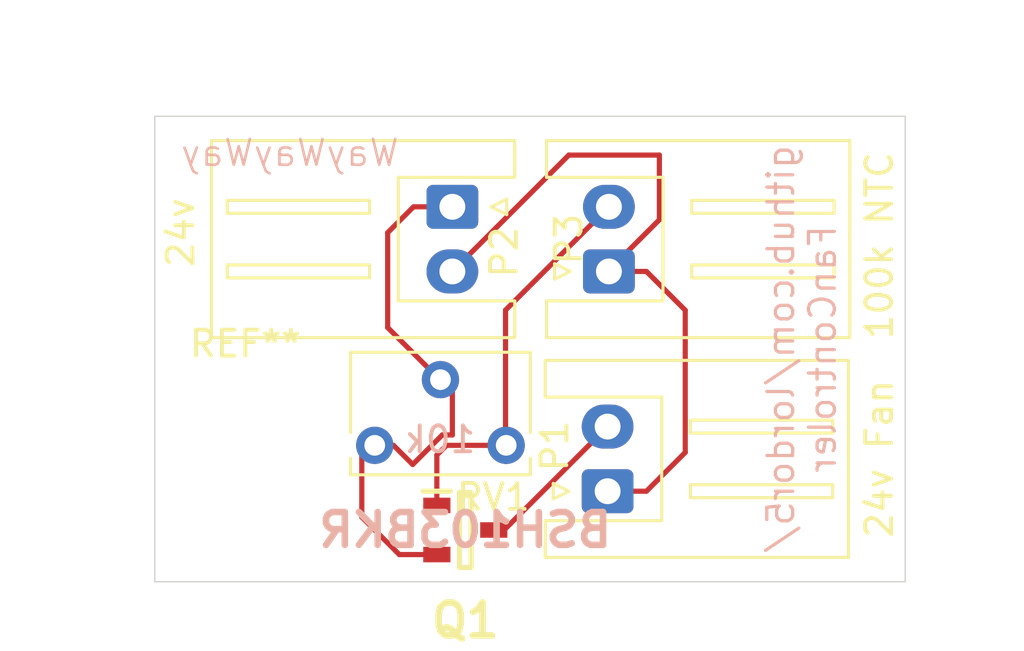
<source format=kicad_pcb>
(kicad_pcb (version 20241229) (generator "pcbnew") (generator_version "9.0")
  (layers (0 "F.Cu" signal) (2 "B.Cu" signal) (13 "F.Paste" user) (15 "B.Paste" user) (5 "F.SilkS" user "F.Silkscreen") (7 "B.SilkS" user "B.Silkscreen") (1 "F.Mask" user) (3 "B.Mask" user) (25 "Edge.Cuts" user))
  (net 0 "")
  (net 1 "/+24v")
  (net 2 "/Fan")
  (net 3 "GND")
  (net 4 "Net-(Q1-G)")
  (footprint "Connector_JST:JST_XH_S2B-XH-A_1x02_P2.50mm_Horizontal" (layer "F.Cu") (at 151 91 90)
    (property "Reference" "P1" (at 1.75 -2.05 90) (layer "F.SilkS"))
    (property "Value" "24v Fan" (at 1.25 10.5 270) (layer "F.SilkS"))
    (fp_line (start 5.06 -2.41) (end 3.64 -2.41) (stroke (width 0.12)) (layer "F.SilkS"))
    (fp_line (start 3.64 -2.41) (end 3.64 2.09) (stroke (width 0.12)) (layer "F.SilkS"))
    (fp_line (start -1.14 -2.41) (end -1.14 2.09) (stroke (width 0.12)) (layer "F.SilkS"))
    (fp_line (start -2.56 -2.41) (end -1.14 -2.41) (stroke (width 0.12)) (layer "F.SilkS"))
    (fp_line (start 0.3 -2.1) (end 0 -1.5) (stroke (width 0.12)) (layer "F.SilkS"))
    (fp_line (start -0.3 -2.1) (end 0.3 -2.1) (stroke (width 0.12)) (layer "F.SilkS"))
    (fp_line (start 0 -1.5) (end -0.3 -2.1) (stroke (width 0.12)) (layer "F.SilkS"))
    (fp_line (start 3.64 2.09) (end 1.25 2.09) (stroke (width 0.12)) (layer "F.SilkS"))
    (fp_line (start -1.14 2.09) (end 1.25 2.09) (stroke (width 0.12)) (layer "F.SilkS"))
    (fp_line (start 2.75 3.2) (end 2.25 3.2) (stroke (width 0.12)) (layer "F.SilkS"))
    (fp_line (start 2.25 3.2) (end 2.25 8.7) (stroke (width 0.12)) (layer "F.SilkS"))
    (fp_line (start 0.25 3.2) (end -0.25 3.2) (stroke (width 0.12)) (layer "F.SilkS"))
    (fp_line (start -0.25 3.2) (end -0.25 8.7) (stroke (width 0.12)) (layer "F.SilkS"))
    (fp_line (start 2.75 8.7) (end 2.75 3.2) (stroke (width 0.12)) (layer "F.SilkS"))
    (fp_line (start 2.25 8.7) (end 2.75 8.7) (stroke (width 0.12)) (layer "F.SilkS"))
    (fp_line (start 0.25 8.7) (end 0.25 3.2) (stroke (width 0.12)) (layer "F.SilkS"))
    (fp_line (start -0.25 8.7) (end 0.25 8.7) (stroke (width 0.12)) (layer "F.SilkS"))
    (fp_line (start 5.06 9.31) (end 5.06 -2.41) (stroke (width 0.12)) (layer "F.SilkS"))
    (fp_line (start 1.25 9.31) (end 5.06 9.31) (stroke (width 0.12)) (layer "F.SilkS"))
    (fp_line (start 1.25 9.31) (end -2.56 9.31) (stroke (width 0.12)) (layer "F.SilkS"))
    (fp_line (start -2.56 9.31) (end -2.56 -2.41) (stroke (width 0.12)) (layer "F.SilkS"))
    (pad "1" thru_hole roundrect (at 0 0 90) (size 1.7 2) (drill 1) (layers "*.Cu" "*.Mask") (roundrect_rratio 0.147059) (net 1 "/+24v"))
    (pad "2" thru_hole oval (at 2.5 0 90) (size 1.7 2) (drill 1) (layers "*.Cu" "*.Mask") (net 2 "/Fan"))
  )
  (footprint "MountingHole:MountingHole_3.2mm_M3" (layer "F.Cu") (at 137 89.5)
    (property "Reference" "REF**" (at 0 -4.2 0) (layer "F.SilkS"))
    (property "Value" "MountingHole_3.2mm_M3")
    (pad "" np_thru_hole circle (at 0 0) (size 3.2 3.2) (drill 3.2) (layers "*.Cu" "*.Mask"))
  )
  (footprint "Connector_JST:JST_XH_S2B-XH-A_1x02_P2.50mm_Horizontal" (layer "F.Cu") (at 151.05 82.5 90)
    (property "Reference" "P3" (at 1.25 -1.55 90) (layer "F.SilkS"))
    (property "Value" "100k NTC" (at 1 10.45 270) (layer "F.SilkS"))
    (fp_line (start 5.06 -2.41) (end 3.64 -2.41) (stroke (width 0.12)) (layer "F.SilkS"))
    (fp_line (start 3.64 -2.41) (end 3.64 2.09) (stroke (width 0.12)) (layer "F.SilkS"))
    (fp_line (start -1.14 -2.41) (end -1.14 2.09) (stroke (width 0.12)) (layer "F.SilkS"))
    (fp_line (start -2.56 -2.41) (end -1.14 -2.41) (stroke (width 0.12)) (layer "F.SilkS"))
    (fp_line (start 0.3 -2.1) (end 0 -1.5) (stroke (width 0.12)) (layer "F.SilkS"))
    (fp_line (start -0.3 -2.1) (end 0.3 -2.1) (stroke (width 0.12)) (layer "F.SilkS"))
    (fp_line (start 0 -1.5) (end -0.3 -2.1) (stroke (width 0.12)) (layer "F.SilkS"))
    (fp_line (start 3.64 2.09) (end 1.25 2.09) (stroke (width 0.12)) (layer "F.SilkS"))
    (fp_line (start -1.14 2.09) (end 1.25 2.09) (stroke (width 0.12)) (layer "F.SilkS"))
    (fp_line (start 2.75 3.2) (end 2.25 3.2) (stroke (width 0.12)) (layer "F.SilkS"))
    (fp_line (start 2.25 3.2) (end 2.25 8.7) (stroke (width 0.12)) (layer "F.SilkS"))
    (fp_line (start 0.25 3.2) (end -0.25 3.2) (stroke (width 0.12)) (layer "F.SilkS"))
    (fp_line (start -0.25 3.2) (end -0.25 8.7) (stroke (width 0.12)) (layer "F.SilkS"))
    (fp_line (start 2.75 8.7) (end 2.75 3.2) (stroke (width 0.12)) (layer "F.SilkS"))
    (fp_line (start 2.25 8.7) (end 2.75 8.7) (stroke (width 0.12)) (layer "F.SilkS"))
    (fp_line (start 0.25 8.7) (end 0.25 3.2) (stroke (width 0.12)) (layer "F.SilkS"))
    (fp_line (start -0.25 8.7) (end 0.25 8.7) (stroke (width 0.12)) (layer "F.SilkS"))
    (fp_line (start 5.06 9.31) (end 5.06 -2.41) (stroke (width 0.12)) (layer "F.SilkS"))
    (fp_line (start 1.25 9.31) (end 5.06 9.31) (stroke (width 0.12)) (layer "F.SilkS"))
    (fp_line (start 1.25 9.31) (end -2.56 9.31) (stroke (width 0.12)) (layer "F.SilkS"))
    (fp_line (start -2.56 9.31) (end -2.56 -2.41) (stroke (width 0.12)) (layer "F.SilkS"))
    (pad "1" thru_hole roundrect (at 0 0 90) (size 1.7 2) (drill 1) (layers "*.Cu" "*.Mask") (roundrect_rratio 0.147059) (net 1 "/+24v"))
    (pad "2" thru_hole oval (at 2.5 0 90) (size 1.7 2) (drill 1) (layers "*.Cu" "*.Mask") (net 4 "Net-(Q1-G)"))
  )
  (footprint "BSH:SOT95P230X110-3N" (layer "F.Cu") (at 145.5 92.5)
    (property "Reference" "Q1" (at 0 3.5 0) (layer "F.SilkS") (effects (font (size 1.27 1.27) (thickness 0.254))))
    (property "Value" "BSH103BKR" (at 0 0 0) (layer "B.SilkS") (effects (font (size 1.27 1.27) (thickness 0.254)) (justify mirror)))
    (fp_line (start -1.625 -1.5) (end -0.575 -1.5) (stroke (width 0.2)) (layer "F.SilkS"))
    (fp_line (start -0.225 -1.45) (end 0.225 -1.45) (stroke (width 0.2)) (layer "F.SilkS"))
    (fp_line (start -0.225 1.45) (end -0.225 -1.45) (stroke (width 0.2)) (layer "F.SilkS"))
    (fp_line (start 0.225 -1.45) (end 0.225 1.45) (stroke (width 0.2)) (layer "F.SilkS"))
    (fp_line (start 0.225 1.45) (end -0.225 1.45) (stroke (width 0.2)) (layer "F.SilkS"))
    (pad "1" smd rect (at -1.1 -0.95 90) (size 0.6 1.05) (layers "F.Cu" "F.Mask" "F.Paste") (net 4 "Net-(Q1-G)"))
    (pad "2" smd rect (at -1.1 0.95 90) (size 0.6 1.05) (layers "F.Cu" "F.Mask" "F.Paste") (net 3 "GND"))
    (pad "3" smd rect (at 1.1 0 90) (size 0.6 1.05) (layers "F.Cu" "F.Mask" "F.Paste") (net 2 "/Fan"))
  )
  (footprint "Connector_JST:JST_XH_S2B-XH-A_1x02_P2.50mm_Horizontal" (layer "F.Cu") (at 145 80 -90)
    (property "Reference" "P2" (at 1.75 -2 90) (layer "F.SilkS"))
    (property "Value" "24v" (at 1 10.5 270) (layer "F.SilkS"))
    (fp_line (start -2.56 9.31) (end -2.56 -2.41) (stroke (width 0.12)) (layer "F.SilkS"))
    (fp_line (start 1.25 9.31) (end -2.56 9.31) (stroke (width 0.12)) (layer "F.SilkS"))
    (fp_line (start 1.25 9.31) (end 5.06 9.31) (stroke (width 0.12)) (layer "F.SilkS"))
    (fp_line (start 5.06 9.31) (end 5.06 -2.41) (stroke (width 0.12)) (layer "F.SilkS"))
    (fp_line (start -0.25 8.7) (end 0.25 8.7) (stroke (width 0.12)) (layer "F.SilkS"))
    (fp_line (start 0.25 8.7) (end 0.25 3.2) (stroke (width 0.12)) (layer "F.SilkS"))
    (fp_line (start 2.25 8.7) (end 2.75 8.7) (stroke (width 0.12)) (layer "F.SilkS"))
    (fp_line (start 2.75 8.7) (end 2.75 3.2) (stroke (width 0.12)) (layer "F.SilkS"))
    (fp_line (start -0.25 3.2) (end -0.25 8.7) (stroke (width 0.12)) (layer "F.SilkS"))
    (fp_line (start 0.25 3.2) (end -0.25 3.2) (stroke (width 0.12)) (layer "F.SilkS"))
    (fp_line (start 2.25 3.2) (end 2.25 8.7) (stroke (width 0.12)) (layer "F.SilkS"))
    (fp_line (start 2.75 3.2) (end 2.25 3.2) (stroke (width 0.12)) (layer "F.SilkS"))
    (fp_line (start -1.14 2.09) (end 1.25 2.09) (stroke (width 0.12)) (layer "F.SilkS"))
    (fp_line (start 3.64 2.09) (end 1.25 2.09) (stroke (width 0.12)) (layer "F.SilkS"))
    (fp_line (start 0 -1.5) (end -0.3 -2.1) (stroke (width 0.12)) (layer "F.SilkS"))
    (fp_line (start -0.3 -2.1) (end 0.3 -2.1) (stroke (width 0.12)) (layer "F.SilkS"))
    (fp_line (start 0.3 -2.1) (end 0 -1.5) (stroke (width 0.12)) (layer "F.SilkS"))
    (fp_line (start -2.56 -2.41) (end -1.14 -2.41) (stroke (width 0.12)) (layer "F.SilkS"))
    (fp_line (start -1.14 -2.41) (end -1.14 2.09) (stroke (width 0.12)) (layer "F.SilkS"))
    (fp_line (start 3.64 -2.41) (end 3.64 2.09) (stroke (width 0.12)) (layer "F.SilkS"))
    (fp_line (start 5.06 -2.41) (end 3.64 -2.41) (stroke (width 0.12)) (layer "F.SilkS"))
    (pad "1" thru_hole roundrect (at 0 0 270) (size 1.7 2) (drill 1) (layers "*.Cu" "*.Mask") (roundrect_rratio 0.147059) (net 3 "GND"))
    (pad "2" thru_hole oval (at 2.5 0 270) (size 1.7 2) (drill 1) (layers "*.Cu" "*.Mask") (net 1 "/+24v"))
  )
  (footprint "Potentiometer_THT:Potentiometer_Bourns_3266W_Vertical" (layer "F.Cu") (at 142 89.225 180)
    (property "Reference" "RV1" (at -4.58 -2 0) (layer "F.SilkS"))
    (property "Value" "10k" (at -2.525 0.225 180) (layer "B.SilkS") (effects (justify mirror)))
    (fp_line (start 0.935 0.495) (end 0.935 3.6) (stroke (width 0.12)) (layer "F.SilkS"))
    (fp_line (start 0.935 -1.14) (end 0.935 -0.495) (stroke (width 0.12)) (layer "F.SilkS"))
    (fp_line (start -6.015 3.6) (end 0.935 3.6) (stroke (width 0.12)) (layer "F.SilkS"))
    (fp_line (start -6.015 0.495) (end -6.015 3.6) (stroke (width 0.12)) (layer "F.SilkS"))
    (fp_line (start -6.015 -1.14) (end 0.935 -1.14) (stroke (width 0.12)) (layer "F.SilkS"))
    (fp_line (start -6.015 -1.14) (end -6.015 -0.495) (stroke (width 0.12)) (layer "F.SilkS"))
    (pad "1" thru_hole circle (at 0 0 180) (size 1.44 1.44) (drill 0.8) (layers "*.Cu" "*.Mask") (net 3 "GND"))
    (pad "2" thru_hole circle (at -2.54 2.54 180) (size 1.44 1.44) (drill 0.8) (layers "*.Cu" "*.Mask") (net 3 "GND"))
    (pad "3" thru_hole circle (at -5.08 0 180) (size 1.44 1.44) (drill 0.8) (layers "*.Cu" "*.Mask") (net 4 "Net-(Q1-G)"))
  )
  (gr_line (start 162.5 94.5) (end 133.5 94.5) (stroke (width 0.05)) (layer "Edge.Cuts"))
  (gr_line (start 133.5 76.5) (end 162.5 76.5) (stroke (width 0.05)) (layer "Edge.Cuts"))
  (gr_line (start 133.5 94.5) (end 133.5 76.5) (stroke (width 0.05)) (layer "Edge.Cuts"))
  (gr_line (start 162.5 76.5) (end 162.5 94.5) (stroke (width 0.05)) (layer "Edge.Cuts"))
  (gr_text "github.com/lordor5/\nFanControler" (at 158.5 85.5 90) (layer "B.SilkS") (effects (font (size 1 1) (thickness 0.125)) (justify mirror)))
  (gr_text "WayWayWay" (at 143 78.5 0) (layer "B.SilkS") (effects (font (size 1 1) (thickness 0.1)) (justify left bottom mirror)))
  (segment (start 151.05 82.5) (end 151.05 82.45) (width 0.2) (layer "F.Cu") (net 1))
  (segment (start 151 91) (end 152.5 91) (width 0.2) (layer "F.Cu") (net 1))
  (segment (start 149.5 78) (end 145 82.5) (width 0.2) (layer "F.Cu") (net 1))
  (segment (start 152.5 91) (end 154 89.5) (width 0.2) (layer "F.Cu") (net 1))
  (segment (start 152.5 82.5) (end 151.05 82.5) (width 0.2) (layer "F.Cu") (net 1))
  (segment (start 151.05 82.45) (end 153 80.5) (width 0.2) (layer "F.Cu") (net 1))
  (segment (start 154 89.5) (end 154 84) (width 0.2) (layer "F.Cu") (net 1))
  (segment (start 154 84) (end 152.5 82.5) (width 0.2) (layer "F.Cu") (net 1))
  (segment (start 153 78) (end 149.5 78) (width 0.2) (layer "F.Cu") (net 1))
  (segment (start 153 80.5) (end 153 78) (width 0.2) (layer "F.Cu") (net 1))
  (segment (start 151 88.5) (end 147 92.5) (width 0.2) (layer "F.Cu") (net 2))
  (segment (start 147 92.5) (end 146.6 92.5) (width 0.2) (layer "F.Cu") (net 2))
  (segment (start 141.5 92) (end 141.5 89.225) (width 0.2) (layer "F.Cu") (net 3))
  (segment (start 142.5 84.67) (end 142.5 81) (width 0.2) (layer "F.Cu") (net 3))
  (segment (start 145 87.17) (end 142.5 84.67) (width 0.2) (layer "F.Cu") (net 3))
  (segment (start 144.6089 88.824) (end 145 88.824) (width 0.2) (layer "F.Cu") (net 3))
  (segment (start 143.5 80) (end 145 80) (width 0.2) (layer "F.Cu") (net 3))
  (segment (start 142.725 89.225) (end 143.46645 89.96645) (width 0.2) (layer "F.Cu") (net 3))
  (segment (start 144.4 93.45) (end 142.95 93.45) (width 0.2) (layer "F.Cu") (net 3))
  (segment (start 145 88.824) (end 145 87.17) (width 0.2) (layer "F.Cu") (net 3))
  (segment (start 143.46645 89.96645) (end 144.6089 88.824) (width 0.2) (layer "F.Cu") (net 3))
  (segment (start 142.95 93.45) (end 141.5 92) (width 0.2) (layer "F.Cu") (net 3))
  (segment (start 142.5 81) (end 143.5 80) (width 0.2) (layer "F.Cu") (net 3))
  (segment (start 141.5 89.225) (end 142.725 89.225) (width 0.2) (layer "F.Cu") (net 3))
  (segment (start 144.775 89.225) (end 147.055 89.225) (width 0.2) (layer "F.Cu") (net 4))
  (segment (start 147.055 83.995) (end 147.055 89.225) (width 0.2) (layer "F.Cu") (net 4))
  (segment (start 144.4 91.55) (end 144.4 89.6) (width 0.2) (layer "F.Cu") (net 4))
  (segment (start 144.4 89.6) (end 144.775 89.225) (width 0.2) (layer "F.Cu") (net 4))
  (segment (start 151.05 80) (end 147.055 83.995) (width 0.2) (layer "F.Cu") (net 4))
  (segment (start 147.055 89.225) (end 147.055 89.845) (width 0.2) (layer "F.Cu") (net 4))
)
</source>
